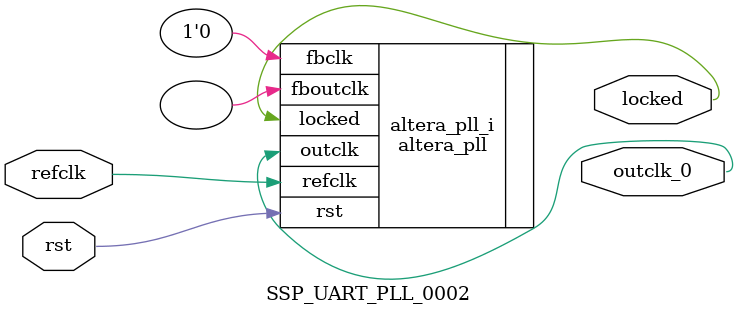
<source format=v>
`timescale 1ns/10ps
module  SSP_UART_PLL_0002(

	// interface 'refclk'
	input wire refclk,

	// interface 'reset'
	input wire rst,

	// interface 'outclk0'
	output wire outclk_0,

	// interface 'locked'
	output wire locked
);

	altera_pll #(
		.fractional_vco_multiplier("false"),
		.reference_clock_frequency("50.0 MHz"),
		.operation_mode("direct"),
		.number_of_clocks(1),
		.output_clock_frequency0("48.000000 MHz"),
		.phase_shift0("0 ps"),
		.duty_cycle0(50),
		.output_clock_frequency1("0 MHz"),
		.phase_shift1("0 ps"),
		.duty_cycle1(50),
		.output_clock_frequency2("0 MHz"),
		.phase_shift2("0 ps"),
		.duty_cycle2(50),
		.output_clock_frequency3("0 MHz"),
		.phase_shift3("0 ps"),
		.duty_cycle3(50),
		.output_clock_frequency4("0 MHz"),
		.phase_shift4("0 ps"),
		.duty_cycle4(50),
		.output_clock_frequency5("0 MHz"),
		.phase_shift5("0 ps"),
		.duty_cycle5(50),
		.output_clock_frequency6("0 MHz"),
		.phase_shift6("0 ps"),
		.duty_cycle6(50),
		.output_clock_frequency7("0 MHz"),
		.phase_shift7("0 ps"),
		.duty_cycle7(50),
		.output_clock_frequency8("0 MHz"),
		.phase_shift8("0 ps"),
		.duty_cycle8(50),
		.output_clock_frequency9("0 MHz"),
		.phase_shift9("0 ps"),
		.duty_cycle9(50),
		.output_clock_frequency10("0 MHz"),
		.phase_shift10("0 ps"),
		.duty_cycle10(50),
		.output_clock_frequency11("0 MHz"),
		.phase_shift11("0 ps"),
		.duty_cycle11(50),
		.output_clock_frequency12("0 MHz"),
		.phase_shift12("0 ps"),
		.duty_cycle12(50),
		.output_clock_frequency13("0 MHz"),
		.phase_shift13("0 ps"),
		.duty_cycle13(50),
		.output_clock_frequency14("0 MHz"),
		.phase_shift14("0 ps"),
		.duty_cycle14(50),
		.output_clock_frequency15("0 MHz"),
		.phase_shift15("0 ps"),
		.duty_cycle15(50),
		.output_clock_frequency16("0 MHz"),
		.phase_shift16("0 ps"),
		.duty_cycle16(50),
		.output_clock_frequency17("0 MHz"),
		.phase_shift17("0 ps"),
		.duty_cycle17(50),
		.pll_type("General"),
		.pll_subtype("General")
	) altera_pll_i (
		.rst	(rst),
		.outclk	({outclk_0}),
		.locked	(locked),
		.fboutclk	( ),
		.fbclk	(1'b0),
		.refclk	(refclk)
	);
endmodule


</source>
